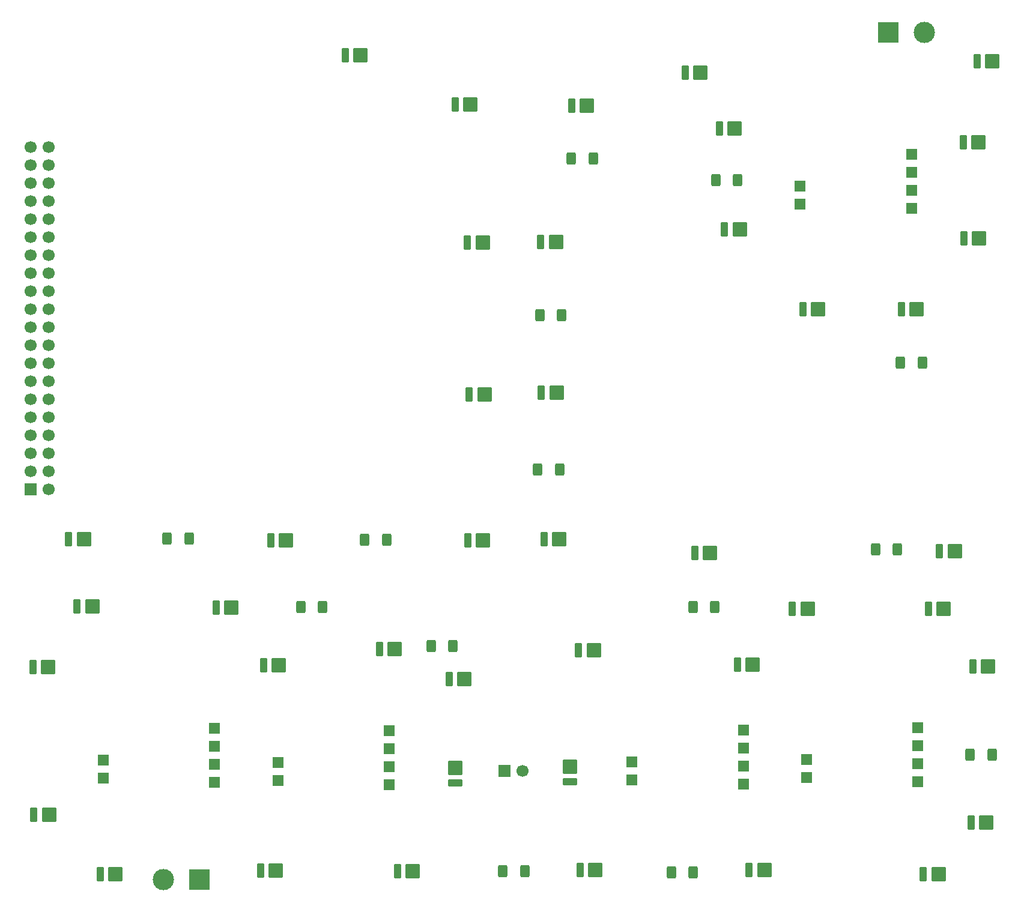
<source format=gbr>
%TF.GenerationSoftware,KiCad,Pcbnew,9.0.2*%
%TF.CreationDate,2025-07-16T23:03:39+02:00*%
%TF.ProjectId,cargo-vent_cargo-smoke,63617267-6f2d-4766-956e-745f63617267,rev?*%
%TF.SameCoordinates,Original*%
%TF.FileFunction,Soldermask,Top*%
%TF.FilePolarity,Negative*%
%FSLAX46Y46*%
G04 Gerber Fmt 4.6, Leading zero omitted, Abs format (unit mm)*
G04 Created by KiCad (PCBNEW 9.0.2) date 2025-07-16 23:03:39*
%MOMM*%
%LPD*%
G01*
G04 APERTURE LIST*
G04 Aperture macros list*
%AMRoundRect*
0 Rectangle with rounded corners*
0 $1 Rounding radius*
0 $2 $3 $4 $5 $6 $7 $8 $9 X,Y pos of 4 corners*
0 Add a 4 corners polygon primitive as box body*
4,1,4,$2,$3,$4,$5,$6,$7,$8,$9,$2,$3,0*
0 Add four circle primitives for the rounded corners*
1,1,$1+$1,$2,$3*
1,1,$1+$1,$4,$5*
1,1,$1+$1,$6,$7*
1,1,$1+$1,$8,$9*
0 Add four rect primitives between the rounded corners*
20,1,$1+$1,$2,$3,$4,$5,0*
20,1,$1+$1,$4,$5,$6,$7,0*
20,1,$1+$1,$6,$7,$8,$9,0*
20,1,$1+$1,$8,$9,$2,$3,0*%
G04 Aperture macros list end*
%ADD10R,1.500000X1.500000*%
%ADD11R,3.000000X3.000000*%
%ADD12C,3.000000*%
%ADD13C,1.700000*%
%ADD14R,1.700000X1.700000*%
%ADD15RoundRect,0.165000X-0.385000X-0.885000X0.385000X-0.885000X0.385000X0.885000X-0.385000X0.885000X0*%
%ADD16RoundRect,0.315000X-0.735000X-0.735000X0.735000X-0.735000X0.735000X0.735000X-0.735000X0.735000X0*%
%ADD17RoundRect,0.250000X-0.400000X-0.625000X0.400000X-0.625000X0.400000X0.625000X-0.400000X0.625000X0*%
%ADD18RoundRect,0.165000X0.885000X-0.385000X0.885000X0.385000X-0.885000X0.385000X-0.885000X-0.385000X0*%
%ADD19RoundRect,0.315000X0.735000X-0.735000X0.735000X0.735000X-0.735000X0.735000X-0.735000X-0.735000X0*%
G04 APERTURE END LIST*
D10*
%TO.C,KR5*%
X268175000Y-205050000D03*
X268175000Y-207590000D03*
X268175000Y-210130000D03*
X268175000Y-212670000D03*
X252475000Y-209550000D03*
X252475000Y-212090000D03*
%TD*%
%TO.C,KR4*%
X169025000Y-205125000D03*
X169025000Y-207665000D03*
X169025000Y-210205000D03*
X169025000Y-212745000D03*
X153325000Y-209625000D03*
X153325000Y-212165000D03*
%TD*%
D11*
%TO.C,J3*%
X166865000Y-226475000D03*
D12*
X161785000Y-226475000D03*
%TD*%
D13*
%TO.C,J2*%
X145600000Y-123165000D03*
X143060000Y-123165000D03*
X145600000Y-125705000D03*
X143060000Y-125705000D03*
X145600000Y-128245000D03*
X143060000Y-128245000D03*
X145600000Y-130785000D03*
X143060000Y-130785000D03*
X145600000Y-133325000D03*
X143060000Y-133325000D03*
X145600000Y-135865000D03*
X143060000Y-135865000D03*
X145600000Y-138405000D03*
X143060000Y-138405000D03*
X145600000Y-140945000D03*
X143060000Y-140945000D03*
X145600000Y-143485000D03*
X143060000Y-143485000D03*
X145600000Y-146025000D03*
X143060000Y-146025000D03*
X145600000Y-148565000D03*
X143060000Y-148565000D03*
X145600000Y-151105000D03*
X143060000Y-151105000D03*
X145600000Y-153645000D03*
X143060000Y-153645000D03*
X145600000Y-156185000D03*
X143060000Y-156185000D03*
X145600000Y-158725000D03*
X143060000Y-158725000D03*
X145600000Y-161265000D03*
X143060000Y-161265000D03*
X145600000Y-163805000D03*
X143060000Y-163805000D03*
X145600000Y-166345000D03*
X143060000Y-166345000D03*
X145600000Y-168885000D03*
X143060000Y-168885000D03*
X145600000Y-171425000D03*
D14*
X143060000Y-171425000D03*
%TD*%
D15*
%TO.C,D9*%
X265850000Y-146025000D03*
D16*
X268000000Y-146025000D03*
%TD*%
D15*
%TO.C,D21*%
X169250000Y-188150000D03*
D16*
X171400000Y-188150000D03*
%TD*%
D10*
%TO.C,KR1*%
X267275000Y-124200000D03*
X267275000Y-126740000D03*
X267275000Y-129280000D03*
X267275000Y-131820000D03*
X251575000Y-128700000D03*
X251575000Y-131240000D03*
%TD*%
D15*
%TO.C,D33*%
X244375000Y-225125000D03*
D16*
X246525000Y-225125000D03*
%TD*%
D15*
%TO.C,D42*%
X215085000Y-157800000D03*
D16*
X217235000Y-157800000D03*
%TD*%
D15*
%TO.C,D14*%
X215460000Y-178475000D03*
D16*
X217610000Y-178475000D03*
%TD*%
D15*
%TO.C,D16*%
X176950000Y-178625000D03*
D16*
X179100000Y-178625000D03*
%TD*%
D15*
%TO.C,D6*%
X240200000Y-120550000D03*
D16*
X242350000Y-120550000D03*
%TD*%
D17*
%TO.C,R12*%
X262200000Y-179925000D03*
X265300000Y-179925000D03*
%TD*%
D18*
%TO.C,D29*%
X219125000Y-212700000D03*
D19*
X219125000Y-210550000D03*
%TD*%
D17*
%TO.C,R8*%
X199525000Y-193550000D03*
X202625000Y-193550000D03*
%TD*%
D15*
%TO.C,D10*%
X274660000Y-136050000D03*
D16*
X276810000Y-136050000D03*
%TD*%
D15*
%TO.C,D27*%
X220325000Y-194150000D03*
D16*
X222475000Y-194150000D03*
%TD*%
D15*
%TO.C,D15*%
X148450000Y-178450000D03*
D16*
X150600000Y-178450000D03*
%TD*%
D15*
%TO.C,D41*%
X204675000Y-136650000D03*
D16*
X206825000Y-136650000D03*
%TD*%
D15*
%TO.C,D39*%
X268925000Y-225675000D03*
D16*
X271075000Y-225675000D03*
%TD*%
D15*
%TO.C,D34*%
X250475000Y-188300000D03*
D16*
X252625000Y-188300000D03*
%TD*%
D15*
%TO.C,D5*%
X276525000Y-111100000D03*
D16*
X278675000Y-111100000D03*
%TD*%
D17*
%TO.C,R4*%
X214850000Y-146850000D03*
X217950000Y-146850000D03*
%TD*%
%TO.C,R3*%
X265700000Y-153575000D03*
X268800000Y-153575000D03*
%TD*%
%TO.C,R1*%
X219300000Y-124775000D03*
X222400000Y-124775000D03*
%TD*%
D15*
%TO.C,D20*%
X143525000Y-217300000D03*
D16*
X145675000Y-217300000D03*
%TD*%
D15*
%TO.C,D12*%
X214985000Y-136550000D03*
D16*
X217135000Y-136550000D03*
%TD*%
D15*
%TO.C,D36*%
X269650000Y-188300000D03*
D16*
X271800000Y-188300000D03*
%TD*%
D15*
%TO.C,D8*%
X251950000Y-146025000D03*
D16*
X254100000Y-146025000D03*
%TD*%
D17*
%TO.C,R11*%
X233400000Y-225425000D03*
X236500000Y-225425000D03*
%TD*%
%TO.C,R9*%
X236450000Y-188050000D03*
X239550000Y-188050000D03*
%TD*%
D15*
%TO.C,D35*%
X271225000Y-180150000D03*
D16*
X273375000Y-180150000D03*
%TD*%
D15*
%TO.C,D37*%
X275910000Y-196375000D03*
D16*
X278060000Y-196375000D03*
%TD*%
D15*
%TO.C,D17*%
X204725000Y-178625000D03*
D16*
X206875000Y-178625000D03*
%TD*%
D15*
%TO.C,D25*%
X194825000Y-225275000D03*
D16*
X196975000Y-225275000D03*
%TD*%
D15*
%TO.C,D13*%
X204925000Y-158050000D03*
D16*
X207075000Y-158050000D03*
%TD*%
D15*
%TO.C,D23*%
X175500000Y-225200000D03*
D16*
X177650000Y-225200000D03*
%TD*%
D15*
%TO.C,D38*%
X275650000Y-218400000D03*
D16*
X277800000Y-218400000D03*
%TD*%
D15*
%TO.C,D24*%
X192275000Y-193925000D03*
D16*
X194425000Y-193925000D03*
%TD*%
D15*
%TO.C,D22*%
X175900000Y-196225000D03*
D16*
X178050000Y-196225000D03*
%TD*%
D14*
%TO.C,J4*%
X209875000Y-211175000D03*
D13*
X212415000Y-211175000D03*
%TD*%
D15*
%TO.C,D11*%
X274575000Y-122500000D03*
D16*
X276725000Y-122500000D03*
%TD*%
D17*
%TO.C,R10*%
X209650000Y-225275000D03*
X212750000Y-225275000D03*
%TD*%
%TO.C,R6*%
X181150000Y-188050000D03*
X184250000Y-188050000D03*
%TD*%
D15*
%TO.C,D26*%
X202100000Y-198200000D03*
D16*
X204250000Y-198200000D03*
%TD*%
D17*
%TO.C,R14*%
X214550000Y-168600000D03*
X217650000Y-168600000D03*
%TD*%
%TO.C,R13*%
X275525000Y-208875000D03*
X278625000Y-208875000D03*
%TD*%
D15*
%TO.C,D19*%
X143434800Y-196475000D03*
D16*
X145584800Y-196475000D03*
%TD*%
D17*
%TO.C,R5*%
X162325000Y-178400000D03*
X165425000Y-178400000D03*
%TD*%
%TO.C,R7*%
X190200000Y-178550000D03*
X193300000Y-178550000D03*
%TD*%
D15*
%TO.C,D40*%
X152875000Y-225700000D03*
D16*
X155025000Y-225700000D03*
%TD*%
D15*
%TO.C,D18*%
X149625000Y-187925000D03*
D16*
X151775000Y-187925000D03*
%TD*%
D15*
%TO.C,D32*%
X242725000Y-196150000D03*
D16*
X244875000Y-196150000D03*
%TD*%
D10*
%TO.C,KR3*%
X243550000Y-205400000D03*
X243550000Y-207940000D03*
X243550000Y-210480000D03*
X243550000Y-213020000D03*
X227850000Y-209900000D03*
X227850000Y-212440000D03*
%TD*%
%TO.C,KR2*%
X193650000Y-205450000D03*
X193650000Y-207990000D03*
X193650000Y-210530000D03*
X193650000Y-213070000D03*
X177950000Y-209950000D03*
X177950000Y-212490000D03*
%TD*%
D15*
%TO.C,D31*%
X236700000Y-180375000D03*
D16*
X238850000Y-180375000D03*
%TD*%
D15*
%TO.C,D4*%
X235375000Y-112700000D03*
D16*
X237525000Y-112700000D03*
%TD*%
D18*
%TO.C,D28*%
X202975000Y-212850000D03*
D19*
X202975000Y-210700000D03*
%TD*%
D15*
%TO.C,D7*%
X240900000Y-134800000D03*
D16*
X243050000Y-134800000D03*
%TD*%
D15*
%TO.C,D1*%
X187450000Y-110225000D03*
D16*
X189600000Y-110225000D03*
%TD*%
D15*
%TO.C,D30*%
X220550000Y-225125000D03*
D16*
X222700000Y-225125000D03*
%TD*%
D17*
%TO.C,R2*%
X239675000Y-127850000D03*
X242775000Y-127850000D03*
%TD*%
D15*
%TO.C,D2*%
X202950000Y-117150000D03*
D16*
X205100000Y-117150000D03*
%TD*%
D15*
%TO.C,D3*%
X219350000Y-117350000D03*
D16*
X221500000Y-117350000D03*
%TD*%
D11*
%TO.C,J1*%
X263970000Y-106975000D03*
D12*
X269050000Y-106975000D03*
%TD*%
M02*

</source>
